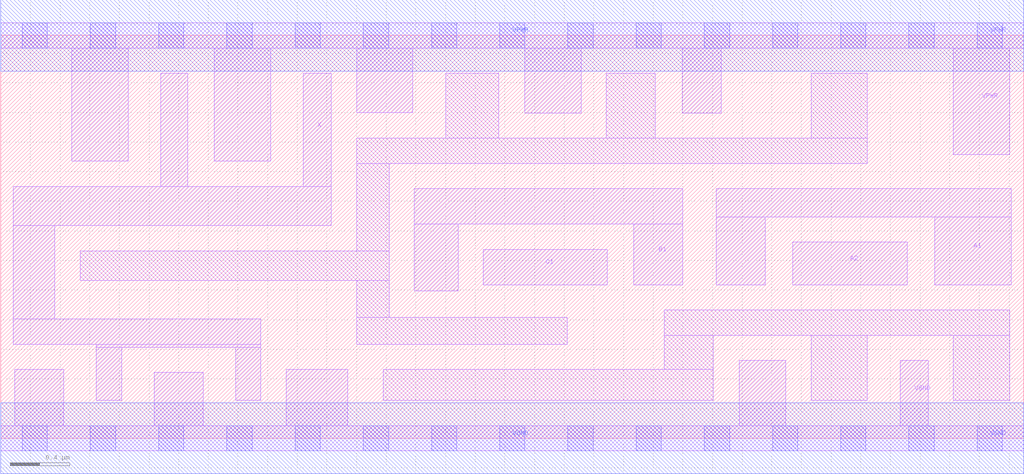
<source format=lef>
# Copyright 2020 The SkyWater PDK Authors
#
# Licensed under the Apache License, Version 2.0 (the "License");
# you may not use this file except in compliance with the License.
# You may obtain a copy of the License at
#
#     https://www.apache.org/licenses/LICENSE-2.0
#
# Unless required by applicable law or agreed to in writing, software
# distributed under the License is distributed on an "AS IS" BASIS,
# WITHOUT WARRANTIES OR CONDITIONS OF ANY KIND, either express or implied.
# See the License for the specific language governing permissions and
# limitations under the License.
#
# SPDX-License-Identifier: Apache-2.0

VERSION 5.7 ;
  NAMESCASESENSITIVE ON ;
  NOWIREEXTENSIONATPIN ON ;
  DIVIDERCHAR "/" ;
  BUSBITCHARS "[]" ;
UNITS
  DATABASE MICRONS 200 ;
END UNITS
PROPERTYDEFINITIONS
  MACRO maskLayoutSubType STRING ;
  MACRO prCellType STRING ;
  MACRO originalViewName STRING ;
END PROPERTYDEFINITIONS
MACRO sky130_fd_sc_hdll__o211a_4
  CLASS CORE ;
  FOREIGN sky130_fd_sc_hdll__o211a_4 ;
  ORIGIN  0.000000  0.000000 ;
  SIZE  6.900000 BY  2.720000 ;
  SYMMETRY X Y R90 ;
  SITE unithd ;
  PIN A1
    ANTENNAGATEAREA  0.555000 ;
    DIRECTION INPUT ;
    USE SIGNAL ;
    PORT
      LAYER li1 ;
        RECT 4.825000 1.035000 5.155000 1.495000 ;
        RECT 4.825000 1.495000 6.815000 1.685000 ;
        RECT 6.300000 1.035000 6.815000 1.495000 ;
    END
  END A1
  PIN A2
    ANTENNAGATEAREA  0.555000 ;
    DIRECTION INPUT ;
    USE SIGNAL ;
    PORT
      LAYER li1 ;
        RECT 5.340000 1.035000 6.115000 1.325000 ;
    END
  END A2
  PIN B1
    ANTENNAGATEAREA  0.555000 ;
    DIRECTION INPUT ;
    USE SIGNAL ;
    PORT
      LAYER li1 ;
        RECT 2.790000 0.995000 3.085000 1.445000 ;
        RECT 2.790000 1.445000 4.600000 1.685000 ;
        RECT 4.270000 1.035000 4.600000 1.445000 ;
    END
  END B1
  PIN C1
    ANTENNAGATEAREA  0.555000 ;
    DIRECTION INPUT ;
    USE SIGNAL ;
    PORT
      LAYER li1 ;
        RECT 3.255000 1.035000 4.090000 1.275000 ;
    END
  END C1
  PIN VGND
    ANTENNADIFFAREA  1.069250 ;
    DIRECTION INOUT ;
    USE SIGNAL ;
    PORT
      LAYER li1 ;
        RECT 0.000000 -0.085000 6.900000 0.085000 ;
        RECT 0.095000  0.085000 0.425000 0.465000 ;
        RECT 1.035000  0.085000 1.365000 0.445000 ;
        RECT 1.925000  0.085000 2.340000 0.465000 ;
        RECT 4.980000  0.085000 5.295000 0.525000 ;
        RECT 6.065000  0.085000 6.255000 0.525000 ;
      LAYER mcon ;
        RECT 0.145000 -0.085000 0.315000 0.085000 ;
        RECT 0.605000 -0.085000 0.775000 0.085000 ;
        RECT 1.065000 -0.085000 1.235000 0.085000 ;
        RECT 1.525000 -0.085000 1.695000 0.085000 ;
        RECT 1.985000 -0.085000 2.155000 0.085000 ;
        RECT 2.445000 -0.085000 2.615000 0.085000 ;
        RECT 2.905000 -0.085000 3.075000 0.085000 ;
        RECT 3.365000 -0.085000 3.535000 0.085000 ;
        RECT 3.825000 -0.085000 3.995000 0.085000 ;
        RECT 4.285000 -0.085000 4.455000 0.085000 ;
        RECT 4.745000 -0.085000 4.915000 0.085000 ;
        RECT 5.205000 -0.085000 5.375000 0.085000 ;
        RECT 5.665000 -0.085000 5.835000 0.085000 ;
        RECT 6.125000 -0.085000 6.295000 0.085000 ;
        RECT 6.585000 -0.085000 6.755000 0.085000 ;
      LAYER met1 ;
        RECT 0.000000 -0.240000 6.900000 0.240000 ;
    END
  END VGND
  PIN VPWR
    ANTENNADIFFAREA  1.795000 ;
    DIRECTION INOUT ;
    USE SIGNAL ;
    PORT
      LAYER li1 ;
        RECT 0.000000 2.635000 6.900000 2.805000 ;
        RECT 0.480000 1.870000 0.860000 2.635000 ;
        RECT 1.440000 1.870000 1.820000 2.635000 ;
        RECT 2.400000 2.200000 2.780000 2.635000 ;
        RECT 3.535000 2.195000 3.915000 2.635000 ;
        RECT 4.595000 2.195000 4.860000 2.635000 ;
        RECT 6.425000 1.915000 6.805000 2.635000 ;
      LAYER mcon ;
        RECT 0.145000 2.635000 0.315000 2.805000 ;
        RECT 0.605000 2.635000 0.775000 2.805000 ;
        RECT 1.065000 2.635000 1.235000 2.805000 ;
        RECT 1.525000 2.635000 1.695000 2.805000 ;
        RECT 1.985000 2.635000 2.155000 2.805000 ;
        RECT 2.445000 2.635000 2.615000 2.805000 ;
        RECT 2.905000 2.635000 3.075000 2.805000 ;
        RECT 3.365000 2.635000 3.535000 2.805000 ;
        RECT 3.825000 2.635000 3.995000 2.805000 ;
        RECT 4.285000 2.635000 4.455000 2.805000 ;
        RECT 4.745000 2.635000 4.915000 2.805000 ;
        RECT 5.205000 2.635000 5.375000 2.805000 ;
        RECT 5.665000 2.635000 5.835000 2.805000 ;
        RECT 6.125000 2.635000 6.295000 2.805000 ;
        RECT 6.585000 2.635000 6.755000 2.805000 ;
      LAYER met1 ;
        RECT 0.000000 2.480000 6.900000 2.960000 ;
    END
  END VPWR
  PIN X
    ANTENNADIFFAREA  1.016000 ;
    DIRECTION OUTPUT ;
    USE SIGNAL ;
    PORT
      LAYER li1 ;
        RECT 0.085000 0.635000 1.755000 0.805000 ;
        RECT 0.085000 0.805000 0.365000 1.435000 ;
        RECT 0.085000 1.435000 2.230000 1.700000 ;
        RECT 0.645000 0.255000 0.815000 0.615000 ;
        RECT 0.645000 0.615000 1.755000 0.635000 ;
        RECT 1.080000 1.700000 1.260000 2.465000 ;
        RECT 1.585000 0.255000 1.755000 0.615000 ;
        RECT 2.040000 1.700000 2.230000 2.465000 ;
    END
  END X
  OBS
    LAYER li1 ;
      RECT 0.535000 1.065000 2.620000 1.265000 ;
      RECT 2.400000 0.635000 3.820000 0.815000 ;
      RECT 2.400000 0.815000 2.620000 1.065000 ;
      RECT 2.400000 1.265000 2.620000 1.855000 ;
      RECT 2.400000 1.855000 5.845000 2.025000 ;
      RECT 2.580000 0.255000 4.805000 0.465000 ;
      RECT 3.000000 2.025000 3.360000 2.465000 ;
      RECT 4.085000 2.025000 4.415000 2.465000 ;
      RECT 4.475000 0.465000 4.805000 0.695000 ;
      RECT 4.475000 0.695000 6.805000 0.865000 ;
      RECT 5.465000 0.255000 5.845000 0.695000 ;
      RECT 5.465000 2.025000 5.845000 2.465000 ;
      RECT 6.425000 0.255000 6.805000 0.695000 ;
  END
  PROPERTY maskLayoutSubType "abstract" ;
  PROPERTY prCellType "standard" ;
  PROPERTY originalViewName "layout" ;
END sky130_fd_sc_hdll__o211a_4

</source>
